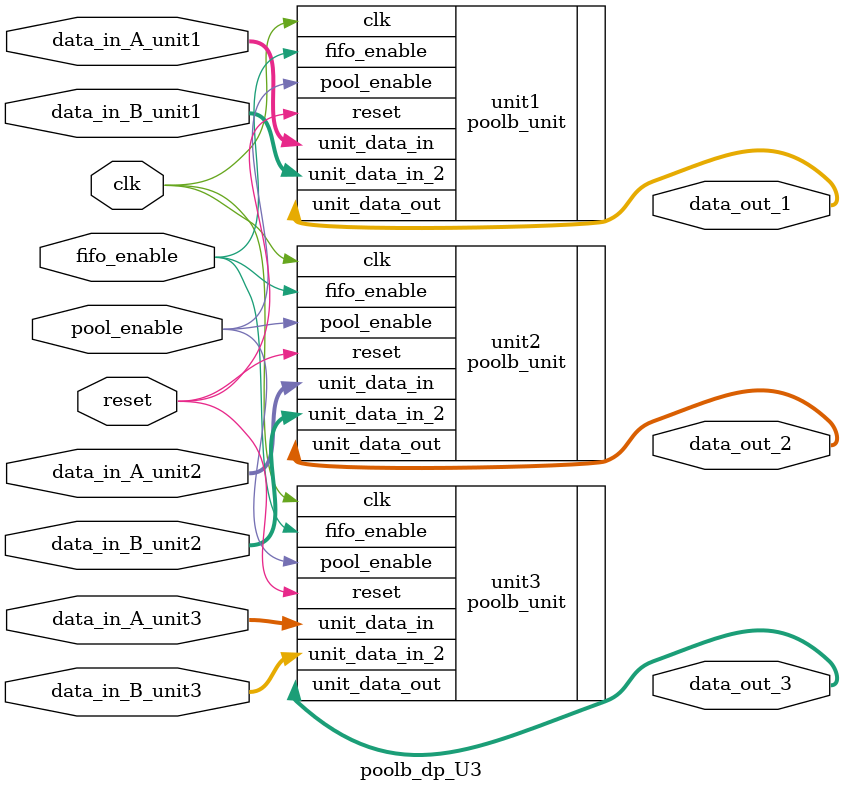
<source format=v>
`timescale 1ns / 1ps


module 
 poolb_dp_U3 #(parameter
///////////advanced parameters//////////
	DATA_WIDTH 			  = 32,
	////////////////////////////////////
	IFM_SIZE              = 10,                                                
	IFM_DEPTH             = 16,
	KERNAL_SIZE           = 2
)(
	input 							clk,
	input 							reset,
	input 							fifo_enable,
	input							pool_enable,
	input [DATA_WIDTH-1:0] data_in_A_unit1,
	input [DATA_WIDTH-1:0] data_in_B_unit1,
	input [DATA_WIDTH-1:0] data_in_A_unit2,
	input [DATA_WIDTH-1:0] data_in_B_unit2,
	input [DATA_WIDTH-1:0] data_in_A_unit3,
	input [DATA_WIDTH-1:0] data_in_B_unit3,
	output [DATA_WIDTH-1:0] data_out_1,
	output [DATA_WIDTH-1:0] data_out_2,
	output [DATA_WIDTH-1:0] data_out_3
	);
	poolb_unit #(.DATA_WIDTH(DATA_WIDTH), .IFM_SIZE(IFM_SIZE), .IFM_DEPTH(IFM_DEPTH), .KERNAL_SIZE(KERNAL_SIZE))
    unit1(
    .clk(clk),
	.reset(reset),
	.fifo_enable(fifo_enable),
	.pool_enable(pool_enable),
	.unit_data_in(data_in_A_unit1),
	.unit_data_in_2(data_in_B_unit1),
    .unit_data_out(data_out_1)
    );
	
	poolb_unit #(.DATA_WIDTH(DATA_WIDTH), .IFM_SIZE(IFM_SIZE), .IFM_DEPTH(IFM_DEPTH), .KERNAL_SIZE(KERNAL_SIZE))
    unit2(
    .clk(clk),
	.reset(reset),
	.fifo_enable(fifo_enable),
	.pool_enable(pool_enable),
	.unit_data_in(data_in_A_unit2),
	.unit_data_in_2(data_in_B_unit2),
    .unit_data_out(data_out_2)
    );
	
	poolb_unit #(.DATA_WIDTH(DATA_WIDTH), .IFM_SIZE(IFM_SIZE), .IFM_DEPTH(IFM_DEPTH), .KERNAL_SIZE(KERNAL_SIZE))
    unit3(
    .clk(clk),
	.reset(reset),
	.fifo_enable(fifo_enable),
	.pool_enable(pool_enable),
	.unit_data_in(data_in_A_unit3),
	.unit_data_in_2(data_in_B_unit3),
    .unit_data_out(data_out_3)
    );
	
endmodule
	

</source>
